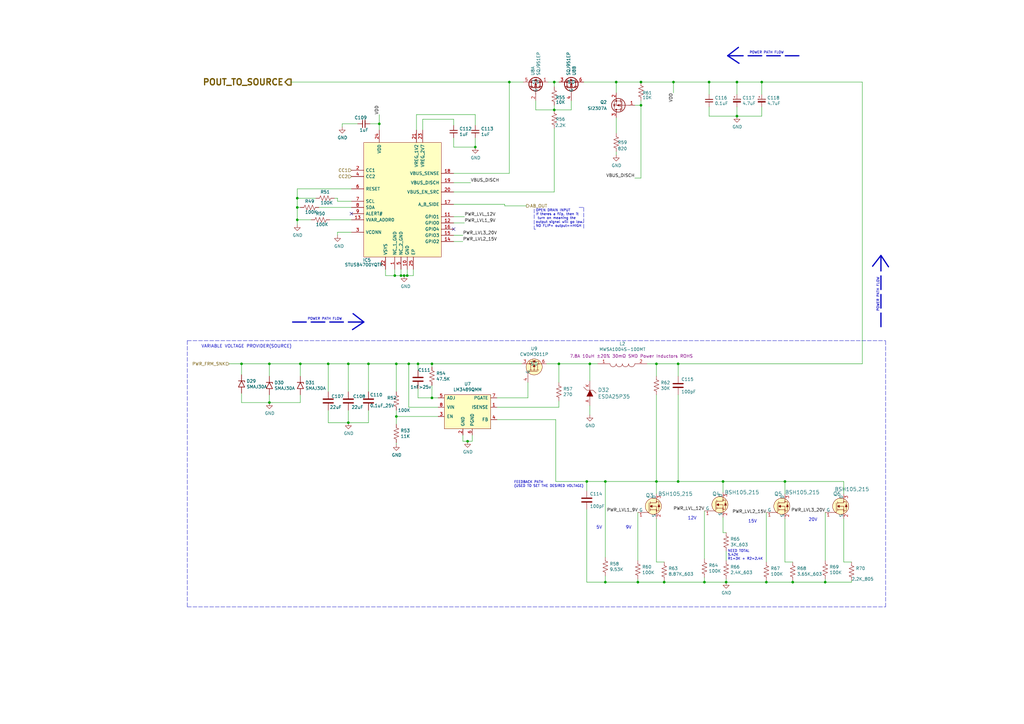
<source format=kicad_sch>
(kicad_sch (version 20211123) (generator eeschema)
  (paper "A3")
  (title_block (title "USB HUB ") (date "2022-08-30") (rev "1.0") (company "N/A") (comment 2 "Reviewed by: ") (comment 3 "Designer by: Robert Mutura"))
  (lib_symbols
    (symbol "Device:C" (pin_numbers hide) (pin_names (offset 0.254))
      (property "Reference" "C" (at 0.635 2.54 0))
      (property "Value" "C" (at 0.635 -2.54 0))
      (symbol "C_0_1"
        (polyline (pts (xy -2.032 -0.762) (xy 2.032 -0.762)) (stroke (width 0.508)))
        (polyline (pts (xy -2.032 0.762) (xy 2.032 0.762)) (stroke (width 0.508)))
      )
      (symbol "C_1_1"
        (pin passive line (at 0 3.81 270) (length 2.794) (name "~") (number "1"))
        (pin passive line (at 0 -3.81 90) (length 2.794) (name "~") (number "2"))
      )
    )
    (symbol "Device:CP_Small" (pin_numbers hide) (pin_names (offset 0.254) hide)
      (property "Reference" "C" (at 0.254 1.778 0))
      (property "Value" "Device_CP_Small" (at 0.254 -2.032 0))
      (symbol "CP_Small_0_1"
        (rectangle (start -1.524 -0.3048) (end 1.524 -0.6858) (fill (type outline)))
        (rectangle (start -1.524 0.6858) (end 1.524 0.3048))
        (polyline (pts (xy -1.27 1.524) (xy -0.762 1.524)))
        (polyline (pts (xy -1.016 1.27) (xy -1.016 1.778)))
      )
      (symbol "CP_Small_1_1"
        (pin passive line (at 0 2.54 270) (length 1.8542) (name "~") (number "1"))
        (pin passive line (at 0 -2.54 90) (length 1.8542) (name "~") (number "2"))
      )
    )
    (symbol "Device:C_Small" (pin_numbers hide) (pin_names (offset 0.254) hide)
      (property "Reference" "C" (at 0.254 1.778 0))
      (property "Value" "C_Small" (at 0.254 -2.032 0))
      (symbol "C_Small_0_1"
        (polyline (pts (xy -1.524 -0.508) (xy 1.524 -0.508)) (stroke (width 0.3302)))
        (polyline (pts (xy -1.524 0.508) (xy 1.524 0.508)) (stroke (width 0.3048)))
      )
      (symbol "C_Small_1_1"
        (pin passive line (at 0 2.54 270) (length 2.032) (name "~") (number "1"))
        (pin passive line (at 0 -2.54 90) (length 2.032) (name "~") (number "2"))
      )
    )
    (symbol "Device:Q_PMOS_GSD" (pin_names (offset 0) hide)
      (property "Reference" "Q" (at 5.08 1.27 0))
      (property "Value" "Q_PMOS_GSD" (at 5.08 -1.27 0))
      (symbol "Q_PMOS_GSD_0_1"
        (polyline (pts (xy 0.254 0) (xy -2.54 0)))
        (polyline (pts (xy 0.254 1.905) (xy 0.254 -1.905)) (stroke (width 0.254)))
        (polyline (pts (xy 0.762 -1.27) (xy 0.762 -2.286)) (stroke (width 0.254)))
        (polyline (pts (xy 0.762 0.508) (xy 0.762 -0.508)) (stroke (width 0.254)))
        (polyline (pts (xy 0.762 2.286) (xy 0.762 1.27)) (stroke (width 0.254)))
        (polyline (pts (xy 2.54 2.54) (xy 2.54 1.778)))
        (polyline (pts (xy 2.54 -2.54) (xy 2.54 0) (xy 0.762 0)))
        (polyline (pts (xy 0.762 1.778) (xy 3.302 1.778) (xy 3.302 -1.778) (xy 0.762 -1.778)))
        (polyline (pts (xy 2.286 0) (xy 1.27 0.381) (xy 1.27 -0.381) (xy 2.286 0)) (fill (type outline)))
        (polyline (pts (xy 2.794 -0.508) (xy 2.921 -0.381) (xy 3.683 -0.381) (xy 3.81 -0.254)))
        (polyline (pts (xy 3.302 -0.381) (xy 2.921 0.254) (xy 3.683 0.254) (xy 3.302 -0.381)))
        (circle (center 1.651 0) (radius 2.794) (stroke (width 0.254)))
        (circle (center 2.54 -1.778) (radius 0.254) (fill (type outline)))
        (circle (center 2.54 1.778) (radius 0.254) (fill (type outline)))
      )
      (symbol "Q_PMOS_GSD_1_1"
        (pin input line (at -5.08 0 0) (length 2.54) (name "G") (number "1"))
        (pin passive line (at 2.54 -5.08 90) (length 2.54) (name "S") (number "2"))
        (pin passive line (at 2.54 5.08 270) (length 2.54) (name "D") (number "3"))
      )
    )
    (symbol "Device:R_US" (pin_numbers hide) (pin_names (offset 0))
      (property "Reference" "R" (at 2.54 0 90))
      (property "Value" "R_US" (at -2.54 0 90))
      (symbol "R_US_0_1"
        (polyline (pts (xy 0 -2.286) (xy 0 -2.54)))
        (polyline (pts (xy 0 2.286) (xy 0 2.54)))
        (polyline (pts (xy 0 -0.762) (xy 1.016 -1.143) (xy 0 -1.524) (xy -1.016 -1.905) (xy 0 -2.286)))
        (polyline (pts (xy 0 0.762) (xy 1.016 0.381) (xy 0 0) (xy -1.016 -0.381) (xy 0 -0.762)))
        (polyline (pts (xy 0 2.286) (xy 1.016 1.905) (xy 0 1.524) (xy -1.016 1.143) (xy 0 0.762)))
      )
      (symbol "R_US_1_1"
        (pin passive line (at 0 3.81 270) (length 1.27) (name "~") (number "1"))
        (pin passive line (at 0 -3.81 90) (length 1.27) (name "~") (number "2"))
      )
    )
    (symbol "USB_C_HUB-rescue:CWDM3011P-usb_hub" (pin_names (offset 1.016))
      (property "Reference" "U" (at 0 3.81 0))
      (property "Value" "CWDM3011P-usb_hub" (at 0 1.27 0))
      (symbol "CWDM3011P-usb_hub_1_1"
        (circle (center -1.27 -6.35) (radius 3.302) (fill (type background)))
        (circle (center 0 -8.255) (radius 0.127))
        (circle (center 0 -7.747) (radius 0.1778) (fill (type outline)))
        (circle (center 0 -4.445) (radius 0.127))
        (polyline (pts (xy -2.54 -7.747) (xy -2.54 -8.255)))
        (polyline (pts (xy -2.54 -7.747) (xy -2.54 -7.239)))
        (polyline (pts (xy -2.54 -6.35) (xy -2.54 -6.858)))
        (polyline (pts (xy -2.54 -6.35) (xy -2.54 -5.842)))
        (polyline (pts (xy -2.54 -4.445) (xy -2.54 -5.461)))
        (polyline (pts (xy 0 -7.747) (xy -2.54 -7.747)))
        (polyline (pts (xy 0.635 -6.731) (xy 0.381 -6.477)))
        (polyline (pts (xy 1.397 -6.731) (xy 0.635 -6.731)))
        (polyline (pts (xy 1.397 -6.731) (xy 1.651 -6.985)))
        (polyline (pts (xy -5.08 -8.89) (xy -3.048 -8.89) (xy -3.048 -4.953)))
        (polyline (pts (xy 0 -8.89) (xy 0 -6.35) (xy -2.54 -6.35)))
        (polyline (pts (xy 0 -3.81) (xy 0 -4.953) (xy -2.54 -4.953)))
        (polyline (pts (xy -0.381 -6.35) (xy -1.143 -5.842) (xy -1.143 -6.858) (xy -0.381 -6.35)) (fill (type outline)))
        (polyline (pts (xy 1.016 -6.731) (xy 1.524 -5.969) (xy 0.508 -5.969) (xy 1.016 -6.731)) (fill (type outline)))
        (polyline (pts (xy -0.127 -8.255) (xy 1.016 -8.255) (xy 1.016 -4.953) (xy 1.016 -4.445) (xy -0.127 -4.445)))
        (pin bidirectional line (at 0 -11.43 90) (length 2.54) hide (name "S") (number "1"))
        (pin bidirectional line (at 0 -11.43 90) (length 2.54) hide (name "S") (number "2"))
        (pin bidirectional line (at 0 -11.43 90) (length 2.54) (name "S") (number "3"))
        (pin bidirectional line (at -7.62 -8.89 0) (length 2.54) (name "G") (number "4"))
        (pin bidirectional line (at 0 -1.27 270) (length 2.54) (name "D") (number "6"))
        (pin bidirectional line (at 0 -1.27 270) (length 2.54) hide (name "D") (number "7"))
        (pin bidirectional line (at 0 -1.27 270) (length 2.54) hide (name "D") (number "8"))
      )
    )
    (symbol "USB_C_HUB-rescue:GND-OLIMEX_Power" (power) (pin_names (offset 0))
      (property "Value" "GND-OLIMEX_Power" (at 0 -3.81 0))
      (symbol "GND-OLIMEX_Power_0_1"
        (polyline (pts (xy 0 0) (xy 0 -1.27) (xy 1.27 -1.27) (xy 0 -2.54) (xy -1.27 -1.27) (xy 0 -1.27)))
      )
      (symbol "GND-OLIMEX_Power_1_1"
        (pin power_in line (at 0 0 270) (length 0) hide (name "GND") (number "1"))
      )
    )
    (symbol "USB_C_HUB-rescue:LM3489QMM-usb_hub" (pin_names (offset 1.016))
      (property "Reference" "U" (at 0 5.08 0))
      (property "Value" "LM3489QMM-usb_hub" (at 0 2.54 0))
      (symbol "LM3489QMM-usb_hub_0_1"
        (rectangle (start -8.89 0) (end 10.16 -13.97) (fill (type background)))
      )
      (symbol "LM3489QMM-usb_hub_1_1"
        (pin input line (at 12.7 -5.08 180) (length 2.54) (name "ISENSE") (number "1"))
        (pin power_in line (at -1.27 -16.51 90) (length 2.54) (name "GND") (number "2"))
        (pin input line (at -11.43 -8.89 0) (length 2.54) (name "EN") (number "3"))
        (pin input line (at 12.7 -10.16 180) (length 2.54) (name "FB") (number "4"))
        (pin input line (at -11.43 -1.27 0) (length 2.54) (name "ADJ") (number "5"))
        (pin power_in line (at 2.54 -16.51 90) (length 2.54) (name "PGND") (number "6"))
        (pin input line (at 12.7 -1.27 180) (length 2.54) (name "PGATE") (number "7"))
        (pin input line (at -11.43 -5.08 0) (length 2.54) (name "VIN") (number "8"))
      )
    )
    (symbol "USB_C_HUB-rescue:SM6T30A-Diode" (pin_numbers hide) (pin_names (offset 1.016) hide)
      (property "Reference" "D" (at 0 2.54 0))
      (property "Value" "SM6T30A-Diode" (at 0 -2.54 0))
      (symbol "SM6T30A-Diode_0_1"
        (polyline (pts (xy -0.762 1.27) (xy -1.27 1.27) (xy -1.27 -1.27)) (stroke (width 0.254)))
        (polyline (pts (xy 1.27 1.27) (xy 1.27 -1.27) (xy -1.27 0) (xy 1.27 1.27)) (stroke (width 0.254)))
      )
      (symbol "SM6T30A-Diode_1_1"
        (pin passive line (at -3.81 0 0) (length 2.54) (name "A1") (number "1"))
        (pin passive line (at 3.81 0 180) (length 2.54) (name "A2") (number "2"))
      )
    )
    (symbol "USB_C_HUB-rescue:SQJ951EP-usb_hub" (pin_names (offset 1.016))
      (property "Reference" "U" (at 0 2.54 0))
      (property "Value" "SQJ951EP-usb_hub" (at 0 1.27 0))
      (symbol "SQJ951EP-usb_hub_1_1"
        (circle (center -0.889 -11.43) (radius 2.794) (stroke (width 0.254)))
        (circle (center -0.889 -11.43) (radius 2.794) (stroke (width 0.254)))
        (circle (center 0 -13.208) (radius 0.254) (fill (type outline)))
        (circle (center 0 -13.208) (radius 0.254) (fill (type outline)))
        (circle (center 0 -9.652) (radius 0.254) (fill (type outline)))
        (circle (center 0 -9.652) (radius 0.254) (fill (type outline)))
        (polyline (pts (xy -2.286 -11.43) (xy -5.08 -11.43)))
        (polyline (pts (xy -2.286 -11.43) (xy -5.08 -11.43)))
        (polyline (pts (xy -2.286 -9.525) (xy -2.286 -13.335)) (stroke (width 0.254)))
        (polyline (pts (xy -2.286 -9.525) (xy -2.286 -13.335)) (stroke (width 0.254)))
        (polyline (pts (xy -1.778 -12.7) (xy -1.778 -13.716)) (stroke (width 0.254)))
        (polyline (pts (xy -1.778 -12.7) (xy -1.778 -13.716)) (stroke (width 0.254)))
        (polyline (pts (xy -1.778 -10.922) (xy -1.778 -11.938)) (stroke (width 0.254)))
        (polyline (pts (xy -1.778 -10.922) (xy -1.778 -11.938)) (stroke (width 0.254)))
        (polyline (pts (xy -1.778 -9.144) (xy -1.778 -10.16)) (stroke (width 0.254)))
        (polyline (pts (xy -1.778 -9.144) (xy -1.778 -10.16)) (stroke (width 0.254)))
        (polyline (pts (xy 0 -8.89) (xy 0 -9.652)))
        (polyline (pts (xy 0 -8.89) (xy 0 -9.652)))
        (polyline (pts (xy 0 -13.97) (xy 0 -11.43) (xy -1.778 -11.43)))
        (polyline (pts (xy 0 -13.97) (xy 0 -11.43) (xy -1.778 -11.43)))
        (polyline (pts (xy -1.778 -9.652) (xy 0.762 -9.652) (xy 0.762 -13.208) (xy -1.778 -13.208)))
        (polyline (pts (xy -1.778 -9.652) (xy 0.762 -9.652) (xy 0.762 -13.208) (xy -1.778 -13.208)))
        (polyline (pts (xy -0.254 -11.43) (xy -1.27 -11.049) (xy -1.27 -11.811) (xy -0.254 -11.43)) (fill (type outline)))
        (polyline (pts (xy -0.254 -11.43) (xy -1.27 -11.049) (xy -1.27 -11.811) (xy -0.254 -11.43)) (fill (type outline)))
        (polyline (pts (xy 0.254 -11.938) (xy 0.381 -11.811) (xy 1.143 -11.811) (xy 1.27 -11.684)))
        (polyline (pts (xy 0.254 -11.938) (xy 0.381 -11.811) (xy 1.143 -11.811) (xy 1.27 -11.684)))
        (polyline (pts (xy 0.762 -11.811) (xy 0.381 -11.176) (xy 1.143 -11.176) (xy 0.762 -11.811)))
        (polyline (pts (xy 0.762 -11.811) (xy 0.381 -11.176) (xy 1.143 -11.176) (xy 0.762 -11.811)))
        (pin passive line (at 0 -16.51 90) (length 2.54) (name "S") (number "1"))
        (pin input line (at -7.62 -11.43 0) (length 2.54) (name "G") (number "2"))
        (pin passive line (at 0 -6.35 270) (length 2.54) (name "D") (number "5"))
      )
      (symbol "SQJ951EP-usb_hub_2_1"
        (circle (center -0.889 -11.43) (radius 2.794) (stroke (width 0.254)))
        (circle (center -0.889 -11.43) (radius 2.794) (stroke (width 0.254)))
        (circle (center 0 -13.208) (radius 0.254) (fill (type outline)))
        (circle (center 0 -13.208) (radius 0.254) (fill (type outline)))
        (circle (center 0 -9.652) (radius 0.254) (fill (type outline)))
        (circle (center 0 -9.652) (radius 0.254) (fill (type outline)))
        (polyline (pts (xy -2.286 -11.43) (xy -5.08 -11.43)))
        (polyline (pts (xy -2.286 -11.43) (xy -5.08 -11.43)))
        (polyline (pts (xy -2.286 -9.525) (xy -2.286 -13.335)) (stroke (width 0.254)))
        (polyline (pts (xy -2.286 -9.525) (xy -2.286 -13.335)) (stroke (width 0.254)))
        (polyline (pts (xy -1.778 -12.7) (xy -1.778 -13.716)) (stroke (width 0.254)))
        (polyline (pts (xy -1.778 -12.7) (xy -1.778 -13.716)) (stroke (width 0.254)))
        (polyline (pts (xy -1.778 -10.922) (xy -1.778 -11.938)) (stroke (width 0.254)))
        (polyline (pts (xy -1.778 -10.922) (xy -1.778 -11.938)) (stroke (width 0.254)))
        (polyline (pts (xy -1.778 -9.144) (xy -1.778 -10.16)) (stroke (width 0.254)))
        (polyline (pts (xy -1.778 -9.144) (xy -1.778 -10.16)) (stroke (width 0.254)))
        (polyline (pts (xy 0 -8.89) (xy 0 -9.652)))
        (polyline (pts (xy 0 -8.89) (xy 0 -9.652)))
        (polyline (pts (xy 0 -13.97) (xy 0 -11.43) (xy -1.778 -11.43)))
        (polyline (pts (xy 0 -13.97) (xy 0 -11.43) (xy -1.778 -11.43)))
        (polyline (pts (xy -1.778 -9.652) (xy 0.762 -9.652) (xy 0.762 -13.208) (xy -1.778 -13.208)))
        (polyline (pts (xy -1.778 -9.652) (xy 0.762 -9.652) (xy 0.762 -13.208) (xy -1.778 -13.208)))
        (polyline (pts (xy -0.254 -11.43) (xy -1.27 -11.049) (xy -1.27 -11.811) (xy -0.254 -11.43)) (fill (type outline)))
        (polyline (pts (xy -0.254 -11.43) (xy -1.27 -11.049) (xy -1.27 -11.811) (xy -0.254 -11.43)) (fill (type outline)))
        (polyline (pts (xy 0.254 -11.938) (xy 0.381 -11.811) (xy 1.143 -11.811) (xy 1.27 -11.684)))
        (polyline (pts (xy 0.254 -11.938) (xy 0.381 -11.811) (xy 1.143 -11.811) (xy 1.27 -11.684)))
        (polyline (pts (xy 0.762 -11.811) (xy 0.381 -11.176) (xy 1.143 -11.176) (xy 0.762 -11.811)))
        (polyline (pts (xy 0.762 -11.811) (xy 0.381 -11.176) (xy 1.143 -11.176) (xy 0.762 -11.811)))
        (pin passive line (at 0 -16.51 90) (length 2.54) (name "S") (number "3"))
        (pin input line (at -7.62 -11.43 0) (length 2.54) (name "G") (number "4"))
        (pin passive line (at 0 -6.35 270) (length 2.54) (name "D") (number "6"))
      )
    )
    (symbol "USB_C_HUB-rescue:SRP1038A-100M-SamacSys_Parts" (pin_names (offset 0.762))
      (property "Reference" "L" (at 16.51 6.35 0))
      (property "Value" "SRP1038A-100M-SamacSys_Parts" (at 16.51 3.81 0))
      (symbol "SRP1038A-100M-SamacSys_Parts_0_0"
        (pin passive line (at 0 0 0) (length 5.08) (name "~") (number "1"))
        (pin passive line (at 20.32 0 180) (length 5.08) (name "~") (number "2"))
      )
      (symbol "SRP1038A-100M-SamacSys_Parts_0_1"
        (arc (start 5.08 0) (mid 6.35 -1.3218) (end 7.62 0) (stroke (width 0.1524)))
        (arc (start 7.62 0) (mid 8.89 -1.3218) (end 10.16 0) (stroke (width 0.1524)))
        (arc (start 10.16 0) (mid 11.43 -1.3218) (end 12.7 0) (stroke (width 0.1524)))
        (arc (start 12.7 0) (mid 13.97 -1.3218) (end 15.24 0) (stroke (width 0.1524)))
      )
    )
    (symbol "USB_C_HUB-rescue:STUSB4700YQTR-SamacSys_Parts" (pin_names (offset 0.762))
      (property "Reference" "IC5" (at -19.685 -43.18 0))
      (property "Value" "STUSB4700YQTR" (at -20.955 -45.085 0))
      (symbol "STUSB4700YQTR-SamacSys_Parts_0_0"
        (pin passive line (at 0 -52.07 90) (length 5.08) (name "NC_1_GND") (number "1"))
        (pin passive line (at 5.08 -52.07 90) (length 5.08) (name "GND") (number "10"))
        (pin passive line (at 24.13 -30.48 180) (length 5.08) (name "GPIO1") (number "11"))
        (pin passive line (at 24.13 -33.02 180) (length 5.08) (name "GPIO0") (number "12"))
        (pin passive line (at -17.78 -31.75 0) (length 5.08) (name "VVAR_ADDR0") (number "13"))
        (pin passive line (at 24.13 -40.64 180) (length 5.08) (name "GPIO2") (number "14"))
        (pin passive line (at 24.13 -38.1 180) (length 5.08) (name "GPIO3") (number "15"))
        (pin passive line (at 24.13 -35.56 180) (length 5.08) (name "GPIO4") (number "16"))
        (pin passive line (at 24.13 -25.4 180) (length 5.08) (name "A_B_SIDE") (number "17"))
        (pin passive line (at 24.13 -12.7 180) (length 5.08) (name "VBUS_SENSE") (number "18"))
        (pin passive line (at 24.13 -16.51 180) (length 5.08) (name "VBUS_DISCH") (number "19"))
        (pin passive line (at -17.78 -11.43 0) (length 5.08) (name "CC1") (number "2"))
        (pin passive line (at 24.13 -20.32 180) (length 5.08) (name "VBUS_EN_SRC") (number "20"))
        (pin passive line (at 8.89 5.08 270) (length 5.08) (name "VREG_1V2") (number "21"))
        (pin passive line (at -3.81 -52.07 90) (length 5.08) (name "VSYS") (number "22"))
        (pin passive line (at 11.43 5.08 270) (length 5.08) (name "VREG_2V7") (number "23"))
        (pin passive line (at -6.35 5.08 270) (length 5.08) (name "VDD") (number "24"))
        (pin passive line (at 7.62 -52.07 90) (length 5.08) (name "EP") (number "25"))
        (pin passive line (at -17.78 -36.83 0) (length 5.08) (name "VCONN") (number "3"))
        (pin passive line (at -17.78 -13.97 0) (length 5.08) (name "CC2") (number "4"))
        (pin passive line (at 2.54 -52.07 90) (length 5.08) (name "NC_2_GND") (number "5"))
        (pin passive line (at -17.78 -19.05 0) (length 5.08) (name "RESET") (number "6"))
        (pin passive line (at -17.78 -24.13 0) (length 5.08) (name "SCL") (number "7"))
        (pin passive line (at -17.78 -26.67 0) (length 5.08) (name "SDA") (number "8"))
        (pin passive line (at -17.78 -29.21 0) (length 5.08) (name "ALERT#") (number "9"))
      )
      (symbol "STUSB4700YQTR-SamacSys_Parts_0_1"
        (rectangle (start -12.7 0) (end 19.05 -46.99) (fill (type background)))
      )
    )
    (symbol "dk_TVS-Diodes:ESD5Z3_3T1G" (pin_names (offset 1.016))
      (property "Reference" "D" (at 0 3.81 0))
      (property "Value" "ESD5Z3_3T1G" (at 0 -3.81 0))
      (symbol "ESD5Z3_3T1G_0_1"
        (polyline (pts (xy -1.27 1.27) (xy -1.27 -1.27) (xy 1.27 0) (xy -1.27 1.27)) (fill (type outline)))
        (polyline (pts (xy 2.54 2.54) (xy 1.27 1.27) (xy 1.27 -1.27) (xy 0 -2.54)))
      )
      (symbol "ESD5Z3_3T1G_1_1"
        (pin bidirectional line (at -5.08 0 0) (length 3.81) (name "~") (number "A"))
        (pin bidirectional line (at 5.08 0 180) (length 3.81) (name "~") (number "K"))
      )
    )
    (symbol "dk_Transistors-FETs-MOSFETs-Single:2N7002P_215" (pin_names (offset 0))
      (property "Reference" "Q" (at -2.6924 3.6322 0))
      (property "Value" "2N7002P_215" (at 3.4544 0 90))
      (symbol "2N7002P_215_0_1"
        (circle (center -1.27 0) (radius 3.302) (fill (type background)))
        (circle (center 0 -1.905) (radius 0.127))
        (circle (center 0 -1.397) (radius 0.127))
        (polyline (pts (xy 0 -1.397) (xy -2.54 -1.397)))
        (polyline (pts (xy -5.08 -2.54) (xy -3.048 -2.54) (xy -3.048 1.397)))
        (polyline (pts (xy 0 -2.54) (xy 0 0) (xy -2.54 0)))
        (polyline (pts (xy 0 2.54) (xy 0 1.397) (xy -2.54 1.397)))
        (polyline (pts (xy -0.127 -1.905) (xy 1.016 -1.905) (xy 1.016 1.397) (xy 1.016 1.905) (xy -0.127 1.905)))
        (circle (center 0 1.905) (radius 0.127))
      )
      (symbol "2N7002P_215_1_1"
        (polyline (pts (xy -2.54 -1.397) (xy -2.54 -1.905)))
        (polyline (pts (xy -2.54 -1.397) (xy -2.54 -0.889)))
        (polyline (pts (xy -2.54 0) (xy -2.54 -0.508)))
        (polyline (pts (xy -2.54 0) (xy -2.54 0.508)))
        (polyline (pts (xy -2.54 1.905) (xy -2.54 0.889)))
        (polyline (pts (xy 1.524 0.508) (xy 0.508 0.508)))
        (polyline (pts (xy -2.54 0) (xy -1.778 0.508) (xy -1.778 -0.508) (xy -2.54 0)) (fill (type outline)))
        (polyline (pts (xy 1.016 0.508) (xy 0.508 -0.254) (xy 1.524 -0.254) (xy 1.016 0.508)) (fill (type outline)))
        (pin bidirectional line (at -7.62 -2.54 0) (length 2.54) (name "G") (number "1"))
        (pin bidirectional line (at 0 -5.08 90) (length 2.54) (name "S") (number "2"))
        (pin bidirectional line (at 0 5.08 270) (length 2.54) (name "D") (number "3"))
      )
    )
  )
  (junction (at 302.26 33.655))
  (junction (at 338.455 238.76))
  (junction (at 194.945 60.325))
  (junction (at 241.935 149.225))
  (junction (at 177.165 163.195))
  (junction (at 162.56 149.225))
  (junction (at 99.06 149.225))
  (junction (at 151.13 149.225))
  (junction (at 314.325 238.76))
  (junction (at 240.665 197.485))
  (junction (at 110.49 149.225))
  (junction (at 302.26 47.625))
  (junction (at 229.235 149.225))
  (junction (at 134.62 149.225))
  (junction (at 227.33 45.085))
  (junction (at 208.915 33.655))
  (junction (at 142.875 173.355))
  (junction (at 248.285 197.485))
  (junction (at 312.42 33.655))
  (junction (at 123.19 149.225))
  (junction (at 290.83 33.655))
  (junction (at 227.33 33.655))
  (junction (at 164.465 113.03))
  (junction (at 177.165 149.225))
  (junction (at 325.12 238.76))
  (junction (at 191.77 180.975))
  (junction (at 269.24 197.485))
  (junction (at 272.415 238.76))
  (junction (at 121.92 85.09))
  (junction (at 288.925 238.76))
  (junction (at 262.89 33.655))
  (junction (at 121.92 81.28))
  (junction (at 278.13 149.225))
  (junction (at 121.92 90.17))
  (junction (at 262.89 43.18))
  (junction (at 161.925 113.03))
  (junction (at 297.815 238.76))
  (junction (at 155.575 50.8))
  (junction (at 248.285 238.76))
  (junction (at 278.13 197.485))
  (junction (at 165.735 113.03))
  (junction (at 162.56 170.815))
  (junction (at 171.45 149.225))
  (junction (at 261.62 238.76))
  (junction (at 269.24 149.225))
  (junction (at 321.945 197.485))
  (junction (at 296.545 197.485))
  (junction (at 252.73 33.655))
  (junction (at 167.64 149.225))
  (junction (at 142.875 149.225))
  (junction (at 276.225 33.655))
  (junction (at 167.005 113.03))
  (junction (at 110.49 165.1))
  (no_connect (at 144.145 87.63))
  (no_connect (at 186.055 93.98))
  (wire (pts (xy 164.465 110.49) (xy 164.465 113.03)))
  (wire (pts (xy 248.285 228.6) (xy 248.285 197.485)))
  (wire (pts (xy 119.38 33.655) (xy 208.915 33.655)))
  (wire (pts (xy 296.545 201.93) (xy 296.545 197.485)))
  (wire (pts (xy 142.875 168.275) (xy 142.875 173.355)))
  (wire (pts (xy 99.06 149.225) (xy 99.06 153.67)))
  (wire (pts (xy 151.765 50.8) (xy 155.575 50.8)))
  (wire (pts (xy 193.675 178.435) (xy 193.675 180.975)))
  (wire (pts (xy 302.26 47.625) (xy 312.42 47.625)))
  (wire (pts (xy 208.915 33.655) (xy 214.63 33.655)))
  (wire (pts (xy 234.315 45.085) (xy 227.33 45.085)))
  (wire (pts (xy 161.925 113.03) (xy 164.465 113.03)))
  (wire (pts (xy 224.155 149.225) (xy 229.235 149.225)))
  (wire (pts (xy 245.11 149.225) (xy 241.935 149.225)))
  (wire (pts (xy 121.92 85.09) (xy 121.92 90.17)))
  (wire (pts (xy 134.62 168.275) (xy 134.62 173.355)))
  (wire (pts (xy 155.575 50.8) (xy 155.575 53.34)))
  (wire (pts (xy 207.01 84.455) (xy 215.9 84.455)))
  (wire (pts (xy 158.115 110.49) (xy 158.115 113.03)))
  (wire (pts (xy 325.12 238.76) (xy 325.12 238.125)))
  (wire (pts (xy 227.33 78.74) (xy 227.33 52.705)))
  (wire (pts (xy 240.665 238.76) (xy 248.285 238.76)))
  (wire (pts (xy 272.415 238.76) (xy 288.925 238.76)))
  (wire (pts (xy 186.055 56.515) (xy 186.055 60.325)))
  (wire (pts (xy 186.055 71.12) (xy 208.915 71.12)))
  (wire (pts (xy 189.865 180.975) (xy 191.77 180.975)))
  (wire (pts (xy 227.33 33.655) (xy 229.235 33.655)))
  (wire (pts (xy 290.83 47.625) (xy 302.26 47.625)))
  (wire (pts (xy 262.89 43.18) (xy 262.89 41.275)))
  (wire (pts (xy 269.24 197.485) (xy 278.13 197.485)))
  (wire (pts (xy 227.33 35.56) (xy 227.33 33.655)))
  (wire (pts (xy 227.965 172.085) (xy 227.965 197.485)))
  (wire (pts (xy 173.355 53.34) (xy 173.355 48.895)))
  (wire (pts (xy 142.875 173.355) (xy 151.13 173.355)))
  (wire (pts (xy 260.35 73.025) (xy 262.89 73.025)))
  (wire (pts (xy 208.915 71.12) (xy 208.915 33.655)))
  (wire (pts (xy 219.71 41.275) (xy 219.71 45.085)))
  (wire (pts (xy 314.325 238.125) (xy 314.325 238.76)))
  (wire (pts (xy 194.945 46.99) (xy 194.945 51.435)))
  (wire (pts (xy 189.865 178.435) (xy 189.865 180.975)))
  (wire (pts (xy 167.005 113.03) (xy 167.005 110.49)))
  (wire (pts (xy 162.56 182.245) (xy 162.56 181.61)))
  (wire (pts (xy 110.49 165.1) (xy 110.49 161.925)))
  (wire (pts (xy 110.49 165.1) (xy 123.19 165.1)))
  (wire (pts (xy 297.815 218.44) (xy 296.545 218.44)))
  (wire (pts (xy 99.06 149.225) (xy 110.49 149.225)))
  (wire (pts (xy 171.45 159.385) (xy 171.45 163.195)))
  (wire (pts (xy 140.335 50.8) (xy 146.685 50.8)))
  (wire (pts (xy 296.545 197.485) (xy 321.945 197.485)))
  (wire (pts (xy 165.735 113.03) (xy 167.005 113.03)))
  (wire (pts (xy 186.055 96.52) (xy 189.865 96.52)))
  (wire (pts (xy 186.055 60.325) (xy 194.945 60.325)))
  (wire (pts (xy 241.935 170.18) (xy 241.935 166.37)))
  (wire (pts (xy 167.005 113.03) (xy 169.545 113.03)))
  (wire (pts (xy 162.56 160.655) (xy 162.56 149.225)))
  (wire (pts (xy 269.24 149.225) (xy 278.13 149.225)))
  (wire (pts (xy 177.165 163.195) (xy 179.705 163.195)))
  (wire (pts (xy 170.815 46.99) (xy 194.945 46.99)))
  (wire (pts (xy 93.98 149.225) (xy 99.06 149.225)))
  (wire (pts (xy 138.43 81.28) (xy 137.16 81.28)))
  (wire (pts (xy 171.45 163.195) (xy 177.165 163.195)))
  (polyline (pts (xy 219.075 85.725) (xy 219.075 93.98)))
  (wire (pts (xy 186.055 48.895) (xy 186.055 51.435)))
  (wire (pts (xy 140.335 52.07) (xy 140.335 50.8)))
  (wire (pts (xy 151.13 160.655) (xy 151.13 149.225)))
  (wire (pts (xy 269.24 212.725) (xy 269.24 230.505)))
  (wire (pts (xy 252.73 48.26) (xy 252.73 54.61)))
  (wire (pts (xy 296.545 197.485) (xy 278.13 197.485)))
  (polyline (pts (xy 327.66 22.86) (xy 298.45 22.86)) (stroke (width 0.508)))
  (wire (pts (xy 171.45 151.765) (xy 171.45 149.225)))
  (wire (pts (xy 248.285 197.485) (xy 269.24 197.485)))
  (wire (pts (xy 240.665 238.76) (xy 240.665 208.915)))
  (wire (pts (xy 161.925 110.49) (xy 161.925 113.03)))
  (wire (pts (xy 127.635 90.17) (xy 121.92 90.17)))
  (wire (pts (xy 278.13 149.225) (xy 353.695 149.225)))
  (wire (pts (xy 302.26 33.655) (xy 302.26 38.735)))
  (wire (pts (xy 297.815 226.06) (xy 297.815 229.87)))
  (wire (pts (xy 142.875 160.655) (xy 142.875 149.225)))
  (wire (pts (xy 353.695 149.225) (xy 353.695 33.655)))
  (polyline (pts (xy 149.225 132.08) (xy 143.51 135.89)) (stroke (width 0.508)))
  (wire (pts (xy 134.62 160.655) (xy 134.62 149.225)))
  (wire (pts (xy 190.5 91.44) (xy 186.055 91.44)))
  (wire (pts (xy 288.925 238.76) (xy 288.925 236.855)))
  (wire (pts (xy 144.145 90.17) (xy 135.255 90.17)))
  (wire (pts (xy 123.19 149.225) (xy 123.19 154.305)))
  (wire (pts (xy 346.075 230.505) (xy 349.25 230.505)))
  (wire (pts (xy 261.62 210.185) (xy 261.62 229.87)))
  (wire (pts (xy 203.835 167.005) (xy 229.235 167.005)))
  (wire (pts (xy 151.13 149.225) (xy 162.56 149.225)))
  (wire (pts (xy 252.73 33.655) (xy 262.89 33.655)))
  (wire (pts (xy 129.54 81.28) (xy 121.92 81.28)))
  (wire (pts (xy 261.62 237.49) (xy 261.62 238.76)))
  (wire (pts (xy 144.145 95.25) (xy 138.43 95.25)))
  (wire (pts (xy 186.055 88.9) (xy 190.5 88.9)))
  (wire (pts (xy 312.42 33.655) (xy 353.695 33.655)))
  (wire (pts (xy 262.89 43.18) (xy 262.89 73.025)))
  (wire (pts (xy 167.64 167.005) (xy 179.705 167.005)))
  (wire (pts (xy 177.165 149.225) (xy 213.995 149.225)))
  (wire (pts (xy 158.115 113.03) (xy 161.925 113.03)))
  (wire (pts (xy 144.145 85.09) (xy 130.81 85.09)))
  (wire (pts (xy 269.24 230.505) (xy 272.415 230.505)))
  (wire (pts (xy 229.235 149.225) (xy 241.935 149.225)))
  (wire (pts (xy 288.925 238.76) (xy 297.815 238.76)))
  (wire (pts (xy 321.945 212.725) (xy 321.945 230.505)))
  (wire (pts (xy 189.865 99.06) (xy 186.055 99.06)))
  (polyline (pts (xy 363.22 248.92) (xy 363.22 139.7)))
  (wire (pts (xy 110.49 149.225) (xy 110.49 154.305)))
  (wire (pts (xy 248.285 197.485) (xy 240.665 197.485)))
  (wire (pts (xy 151.13 173.355) (xy 151.13 168.275)))
  (wire (pts (xy 321.945 230.505) (xy 325.12 230.505)))
  (wire (pts (xy 269.24 149.225) (xy 265.43 149.225)))
  (wire (pts (xy 312.42 47.625) (xy 312.42 43.815)))
  (wire (pts (xy 234.315 41.275) (xy 234.315 45.085)))
  (wire (pts (xy 121.92 81.28) (xy 121.92 85.09)))
  (wire (pts (xy 193.675 180.975) (xy 191.77 180.975)))
  (wire (pts (xy 241.935 149.225) (xy 241.935 156.21)))
  (polyline (pts (xy 298.45 22.86) (xy 304.165 18.415)) (stroke (width 0.508)))
  (wire (pts (xy 155.575 50.8) (xy 155.575 46.99)))
  (wire (pts (xy 290.83 43.815) (xy 290.83 47.625)))
  (wire (pts (xy 288.925 209.55) (xy 288.925 229.235)))
  (wire (pts (xy 269.24 202.565) (xy 269.24 197.485)))
  (polyline (pts (xy 219.075 93.98) (xy 219.71 93.98)))
  (polyline (pts (xy 237.49 85.09) (xy 239.395 85.09)))
  (wire (pts (xy 167.64 149.225) (xy 171.45 149.225)))
  (wire (pts (xy 252.73 63.5) (xy 252.73 62.23)))
  (wire (pts (xy 338.455 238.76) (xy 325.12 238.76)))
  (wire (pts (xy 272.415 238.76) (xy 272.415 238.125)))
  (wire (pts (xy 338.455 237.49) (xy 338.455 238.76)))
  (wire (pts (xy 314.325 210.185) (xy 314.325 230.505)))
  (wire (pts (xy 121.92 85.09) (xy 123.19 85.09)))
  (wire (pts (xy 177.165 149.225) (xy 177.165 150.495)))
  (wire (pts (xy 162.56 173.99) (xy 162.56 170.815)))
  (polyline (pts (xy 76.835 248.92) (xy 363.22 248.92)))
  (wire (pts (xy 170.815 53.34) (xy 170.815 46.99)))
  (polyline (pts (xy 298.45 22.86) (xy 304.165 26.67)) (stroke (width 0.508)))
  (wire (pts (xy 321.945 197.485) (xy 346.075 197.485)))
  (polyline (pts (xy 361.315 104.775) (xy 365.125 110.49)) (stroke (width 0.508)))
  (wire (pts (xy 216.535 163.195) (xy 216.535 156.845)))
  (wire (pts (xy 134.62 173.355) (xy 142.875 173.355)))
  (wire (pts (xy 240.665 197.485) (xy 240.665 201.295)))
  (wire (pts (xy 276.225 38.1) (xy 276.225 33.655)))
  (wire (pts (xy 171.45 149.225) (xy 177.165 149.225)))
  (wire (pts (xy 227.33 43.18) (xy 227.33 45.085)))
  (polyline (pts (xy 76.835 139.7) (xy 363.22 139.7)))
  (wire (pts (xy 229.235 167.005) (xy 229.235 164.465)))
  (wire (pts (xy 262.89 33.655) (xy 276.225 33.655)))
  (wire (pts (xy 290.83 33.655) (xy 302.26 33.655)))
  (wire (pts (xy 349.25 238.76) (xy 349.25 238.125)))
  (wire (pts (xy 297.815 237.49) (xy 297.815 238.76)))
  (wire (pts (xy 203.835 172.085) (xy 227.965 172.085)))
  (wire (pts (xy 278.13 149.225) (xy 278.13 154.305)))
  (wire (pts (xy 346.075 197.485) (xy 346.075 202.565)))
  (wire (pts (xy 123.19 165.1) (xy 123.19 161.925)))
  (wire (pts (xy 193.04 74.93) (xy 186.055 74.93)))
  (wire (pts (xy 297.815 238.76) (xy 314.325 238.76)))
  (polyline (pts (xy 361.315 133.985) (xy 361.315 104.775)) (stroke (width 0.508)))
  (wire (pts (xy 203.835 163.195) (xy 216.535 163.195)))
  (wire (pts (xy 186.055 83.82) (xy 207.01 83.82)))
  (polyline (pts (xy 361.315 104.775) (xy 356.87 110.49)) (stroke (width 0.508)))
  (wire (pts (xy 338.455 210.185) (xy 338.455 229.87)))
  (wire (pts (xy 110.49 149.225) (xy 123.19 149.225)))
  (wire (pts (xy 219.71 45.085) (xy 227.33 45.085)))
  (wire (pts (xy 169.545 113.03) (xy 169.545 110.49)))
  (wire (pts (xy 302.26 33.655) (xy 312.42 33.655)))
  (wire (pts (xy 177.165 158.115) (xy 177.165 163.195)))
  (wire (pts (xy 261.62 238.76) (xy 272.415 238.76)))
  (wire (pts (xy 239.395 33.655) (xy 252.73 33.655)))
  (wire (pts (xy 167.64 149.225) (xy 167.64 167.005)))
  (wire (pts (xy 164.465 113.03) (xy 165.735 113.03)))
  (wire (pts (xy 261.62 238.76) (xy 248.285 238.76)))
  (wire (pts (xy 269.24 149.225) (xy 269.24 154.305)))
  (wire (pts (xy 144.145 77.47) (xy 121.92 77.47)))
  (wire (pts (xy 144.145 82.55) (xy 138.43 82.55)))
  (wire (pts (xy 123.19 149.225) (xy 134.62 149.225)))
  (wire (pts (xy 269.24 161.925) (xy 269.24 197.485)))
  (wire (pts (xy 99.06 165.1) (xy 110.49 165.1)))
  (wire (pts (xy 142.875 149.225) (xy 151.13 149.225)))
  (wire (pts (xy 290.83 38.735) (xy 290.83 33.655)))
  (wire (pts (xy 338.455 238.76) (xy 349.25 238.76)))
  (wire (pts (xy 227.965 197.485) (xy 240.665 197.485)))
  (polyline (pts (xy 120.015 132.08) (xy 149.225 132.08)) (stroke (width 0.508)))
  (polyline (pts (xy 239.395 85.09) (xy 239.395 93.98)))
  (wire (pts (xy 134.62 149.225) (xy 142.875 149.225)))
  (wire (pts (xy 229.235 149.225) (xy 229.235 156.845)))
  (wire (pts (xy 121.92 77.47) (xy 121.92 81.28)))
  (wire (pts (xy 162.56 149.225) (xy 167.64 149.225)))
  (wire (pts (xy 278.13 197.485) (xy 278.13 161.925)))
  (wire (pts (xy 138.43 82.55) (xy 138.43 81.28)))
  (wire (pts (xy 99.06 161.29) (xy 99.06 165.1)))
  (wire (pts (xy 138.43 95.25) (xy 138.43 96.52)))
  (polyline (pts (xy 149.225 132.08) (xy 143.51 127.635)) (stroke (width 0.508)))
  (wire (pts (xy 346.075 212.725) (xy 346.075 230.505)))
  (wire (pts (xy 162.56 170.815) (xy 162.56 168.275)))
  (wire (pts (xy 260.35 43.18) (xy 262.89 43.18)))
  (wire (pts (xy 314.325 238.76) (xy 325.12 238.76)))
  (wire (pts (xy 224.79 33.655) (xy 227.33 33.655)))
  (wire (pts (xy 296.545 218.44) (xy 296.545 212.09)))
  (wire (pts (xy 121.92 90.17) (xy 121.92 92.075)))
  (wire (pts (xy 207.01 83.82) (xy 207.01 84.455)))
  (wire (pts (xy 186.055 78.74) (xy 227.33 78.74)))
  (wire (pts (xy 302.26 47.625) (xy 302.26 43.815)))
  (wire (pts (xy 312.42 38.735) (xy 312.42 33.655)))
  (polyline (pts (xy 76.835 139.7) (xy 76.835 248.92)))
  (wire (pts (xy 162.56 170.815) (xy 179.705 170.815)))
  (wire (pts (xy 276.225 33.655) (xy 290.83 33.655)))
  (wire (pts (xy 321.945 197.485) (xy 321.945 202.565)))
  (wire (pts (xy 194.945 60.325) (xy 194.945 56.515)))
  (wire (pts (xy 252.73 38.1) (xy 252.73 33.655)))
  (wire (pts (xy 173.355 48.895) (xy 186.055 48.895)))
  (wire (pts (xy 248.285 236.22) (xy 248.285 238.76)))
  (text "12V" (at 285.75 213.36 180) (effects (font (size 1.27 1.27)) (justify right bottom)))
  (text "NEED TOTAL \n5.42K\nR1=3K + R2=2.4K\n" (at 298.45 229.87 0) (effects (font (size 0.9906 0.9906)) (justify left bottom)))
  (text "9V" (at 259.08 217.17 180) (effects (font (size 1.27 1.27)) (justify right bottom)))
  (text "VARIABLE VOLTAGE PROVIDER(SOURCE)" (at 82.55 142.875 0) (effects (font (size 1.27 1.27)) (justify left bottom)))
  (text "POWER PATH FLOW" (at 360.68 113.665 270) (effects (font (size 0.9906 0.9906)) (justify right bottom)))
  (text "POWER PATH FLOW" (at 307.34 22.225 0) (effects (font (size 0.9906 0.9906)) (justify left bottom)))
  (text "POWER PATH FLOW" (at 140.335 131.445 180) (effects (font (size 0.9906 0.9906)) (justify right bottom)))
  (text "FEEDBACK PATH\n(USED TO SET THE DESIRED VOLTAGE)" (at 210.82 200.025 0) (effects (font (size 0.9906 0.9906)) (justify left bottom)))
  (text "15V" (at 310.515 214.63 180) (effects (font (size 1.27 1.27)) (justify right bottom)))
  (text "OPEN DRAIN INPUT\nIf theres a flip, then it\n turn on meaning the \noutput signal will go low. \nNO FLIP= output==HIGH" (at 219.71 93.345 0) (effects (font (size 0.9906 0.9906)) (justify left bottom)))
  (text "20V" (at 335.28 213.995 180) (effects (font (size 1.27 1.27)) (justify right bottom)))
  (text "5V" (at 247.015 217.17 180) (effects (font (size 1.27 1.27)) (justify right bottom)))
  (label "PWR_LVL3_20V" (at 189.865 96.52 0))
  (label "VDD" (at 276.225 38.1 270))
  (label "PWR_LVL_12V" (at 190.5 88.9 0))
  (label "VBUS_DISCH" (at 260.35 73.025 180))
  (label "PWR_LVL1_9V" (at 190.5 91.44 0))
  (label "PWR_LVL2_15V" (at 314.325 210.82 180))
  (label "PWR_LVL_12V" (at 288.925 209.55 180))
  (label "VBUS_DISCH" (at 193.04 74.93 0))
  (label "PWR_LVL3_20V" (at 338.455 210.185 180))
  (label "PWR_LVL1_9V" (at 261.62 210.185 180))
  (label "VDD" (at 155.575 46.99 90))
  (label "PWR_LVL2_15V" (at 189.865 99.06 0))
  (hierarchical_label "PWR_FRM_SNK" (shape input) (at 93.98 149.225 180))
  (hierarchical_label "POUT_TO_SOURCE" (shape output) (at 119.38 33.655 180) (effects (font (size 2.5 2.5) bold)))
  (hierarchical_label "CC2" (shape input) (at 144.145 72.39 180))
  (hierarchical_label "AB_OUT" (shape output) (at 215.9 84.455 0))
  (hierarchical_label "CC1" (shape input) (at 144.145 69.85 180))
  (symbol (lib_id "Device:C_Small") (at 186.055 53.975 0) (unit 1)
    (property "Reference" "C112" (at 188.3918 52.8066 0) (effects (justify left)))
    (property "Value" "1uF" (at 188.3918 55.118 0) (effects (justify left)))
    (property "Footprint" "Capacitor_SMD:C_0402_1005Metric" (effects hide))
  )
  (symbol (lib_id "Device:C_Small") (at 194.945 53.975 0) (unit 1)
    (property "Reference" "C113" (at 197.2818 52.8066 0) (effects (justify left)))
    (property "Value" "1uF" (at 197.2818 55.118 0) (effects (justify left)))
    (property "Footprint" "Capacitor_SMD:C_0402_1005Metric" (effects hide))
  )
  (symbol (lib_id "USB_C_HUB-rescue:GND-OLIMEX_Power") (at 297.815 238.76 0) (unit 1)
    (property "Reference" "#PWR0150" (effects hide))
    (property "Value" "GND" (at 297.942 243.1542 0))
  )
  (symbol (lib_id "USB_C_HUB-rescue:GND-OLIMEX_Power") (at 194.945 60.325 0) (unit 1)
    (property "Reference" "#PWR0146" (effects hide))
    (property "Value" "GND" (at 195.072 64.7192 0))
  )
  (symbol (lib_id "Device:R_US") (at 131.445 90.17 270) (unit 1)
    (property "Reference" "R50" (at 131.445 87.63 90))
    (property "Value" "100K" (at 132.08 92.075 90))
    (property "Footprint" "Resistor_SMD:R_0402_1005Metric" (effects hide))
  )
  (symbol (lib_id "USB_C_HUB-rescue:GND-OLIMEX_Power") (at 121.92 92.075 0) (unit 1)
    (property "Reference" "#PWR0139" (effects hide))
    (property "Value" "GND" (at 122.047 96.4692 0))
  )
  (symbol (lib_id "USB_C_HUB-rescue:SRP1038A-100M-SamacSys_Parts") (at 245.11 149.225 0) (unit 1)
    (property "Reference" "L2" (at 255.27 140.97 0))
    (property "Value" "MWSA1004S-100MT" (at 255.27 143.2814 0))
    (property "Footprint" "greencharge-footprints:MWSA1004S-3R3MT" (effects hide))
    (property "Datasheet" "https://www.bourns.com/docs/Product-Datasheets/SRP1038A.pdf" (effects hide))
    (property "Description" "7.8A 10uH ±20% 30mΩ SMD Power Inductors ROHS" (at 233.68 146.05 0) (effects (justify left)))
    (property "Height" "4" (effects hide))
    (property "Mouser Part Number" "652-SRP1038A-100M" (effects hide))
    (property "Mouser Price/Stock" "https://www.mouser.co.uk/ProductDetail/Bourns/SRP1038A-100M?qs=7z%252BmIopC6%2FJQpoKC11SVQA%3D%3D" (effects hide))
    (property "Manufacturer_Name" "Bourns" (effects hide))
    (property "Manufacturer_Part_Number" "SRP1038A-100M" (effects hide))
  )
  (symbol (lib_id "Device:CP_Small") (at 302.26 41.275 0) (unit 1)
    (property "Reference" "C117" (at 304.4952 40.1066 0) (effects (justify left)))
    (property "Value" "4.7uF" (at 304.4952 42.418 0) (effects (justify left)))
    (property "Footprint" "Capacitor_Tantalum_SMD:CP_EIA-3528-21_Kemet-B" (effects hide))
  )
  (symbol (lib_id "Device:CP_Small") (at 312.42 41.275 0) (unit 1)
    (property "Reference" "C118" (at 314.6552 40.1066 0) (effects (justify left)))
    (property "Value" "4.7uF" (at 314.6552 42.418 0) (effects (justify left)))
    (property "Footprint" "Capacitor_Tantalum_SMD:CP_EIA-3528-21_Kemet-B" (effects hide))
  )
  (symbol (lib_id "Device:C_Small") (at 290.83 41.275 0) (unit 1)
    (property "Reference" "C116" (at 293.1668 40.1066 0) (effects (justify left)))
    (property "Value" "0.1uF" (at 293.1668 42.418 0) (effects (justify left)))
    (property "Footprint" "Capacitor_SMD:C_0402_1005Metric" (effects hide))
  )
  (symbol (lib_id "USB_C_HUB-rescue:GND-OLIMEX_Power") (at 165.735 113.03 0) (unit 1)
    (property "Reference" "#PWR0144" (effects hide))
    (property "Value" "GND" (at 166.37 117.475 0))
  )
  (symbol (lib_id "Device:C_Small") (at 149.225 50.8 90) (unit 1)
    (property "Reference" "C109" (at 150.495 48.26 90) (effects (justify left)))
    (property "Value" "1uF" (at 151.13 53.34 90) (effects (justify left)))
    (property "Footprint" "Capacitor_SMD:C_0402_1005Metric" (effects hide))
  )
  (symbol (lib_id "USB_C_HUB-rescue:GND-OLIMEX_Power") (at 140.335 52.07 0) (unit 1)
    (property "Reference" "#PWR0141" (effects hide))
    (property "Value" "GND" (at 140.462 56.4642 0))
  )
  (symbol (lib_id "USB_C_HUB-rescue:SQJ951EP-usb_hub") (at 245.745 33.655 270) (mirror x) (unit 2)
    (property "Reference" "U8" (at 235.4834 31.0134 0) (effects (justify left)))
    (property "Value" "SQJ951EP" (at 233.172 31.0134 0) (effects (justify left)))
    (property "Footprint" "Package_SO:PowerPAK_SO-8_Dual" (effects hide))
  )
  (symbol (lib_id "USB_C_HUB-rescue:SQJ951EP-usb_hub") (at 208.28 33.655 90) (unit 1)
    (property "Reference" "U8" (at 218.5416 31.0134 0) (effects (justify left)))
    (property "Value" "SQJ951EP" (at 220.853 31.0134 0) (effects (justify left)))
    (property "Footprint" "Package_SO:PowerPAK_SO-8_Dual" (effects hide))
  )
  (symbol (lib_id "Device:R_US") (at 227.33 39.37 0) (unit 1)
    (property "Reference" "R55" (at 229.87 40.005 0))
    (property "Value" "10K" (at 229.87 41.91 0))
    (property "Footprint" "Resistor_SMD:R_0603_1608Metric" (effects hide))
  )
  (symbol (lib_id "Device:R_US") (at 227.33 48.895 0) (unit 1)
    (property "Reference" "R56" (at 229.87 48.895 0))
    (property "Value" "2.2K" (at 229.87 51.435 0))
    (property "Footprint" "Resistor_SMD:R_0603_1608Metric" (effects hide))
  )
  (symbol (lib_id "Device:R_US") (at 252.73 58.42 0) (unit 1)
    (property "Reference" "R59" (at 255.27 58.42 0))
    (property "Value" "820" (at 255.27 60.96 0))
    (property "Footprint" "Resistor_SMD:R_0603_1608Metric" (effects hide))
  )
  (symbol (lib_id "USB_C_HUB-rescue:STUSB4700YQTR-SamacSys_Parts") (at 161.925 58.42 0) (unit 1)
    (property "Reference" "IC5" (at 150.495 106.68 0))
    (property "Value" "STUSB4700YQTR" (at 149.225 108.585 0))
    (property "Footprint" "Package_DFN_QFN:QFN-24-1EP_4x4mm_P0.5mm_EP2.7x2.7mm" (effects hide))
    (property "Datasheet" "https://componentsearchengine.com/Datasheets/1/STUSB4700YQTR.pdf" (effects hide))
    (property "Description" "USB Interface IC CONDITIONING & INTERFACES" (effects hide))
    (property "Height" "1" (effects hide))
    (property "Mouser Part Number" "511-STUSB4700YQTR" (effects hide))
    (property "Mouser Price/Stock" "https://www.mouser.co.uk/ProductDetail/STMicroelectronics/STUSB4700YQTR?qs=1mbolxNpo8ejnfSqZSFjdw%3D%3D" (effects hide))
    (property "Manufacturer_Name" "STMicroelectronics" (effects hide))
    (property "Manufacturer_Part_Number" "STUSB4700YQTR" (effects hide))
  )
  (symbol (lib_id "USB_C_HUB-rescue:GND-OLIMEX_Power") (at 252.73 63.5 0) (unit 1)
    (property "Reference" "#PWR0149" (effects hide))
    (property "Value" "GND" (at 252.857 67.8942 0))
  )
  (symbol (lib_id "Device:R_US") (at 262.89 37.465 0) (unit 1)
    (property "Reference" "R61" (at 265.43 38.1 0))
    (property "Value" "10K" (at 265.43 40.005 0))
    (property "Footprint" "Resistor_SMD:R_0603_1608Metric" (effects hide))
  )
  (symbol (lib_id "Device:R_US") (at 133.35 81.28 270) (unit 1)
    (property "Reference" "R51" (at 133.35 78.74 90))
    (property "Value" "100K" (at 133.985 83.185 90))
    (property "Footprint" "Resistor_SMD:R_0402_1005Metric" (effects hide))
  )
  (symbol (lib_id "Device:R_US") (at 127 85.09 270) (unit 1)
    (property "Reference" "R49" (at 127 82.55 90))
    (property "Value" "100K" (at 127.635 86.995 90))
    (property "Footprint" "Resistor_SMD:R_0402_1005Metric" (effects hide))
  )
  (symbol (lib_id "Device:R_US") (at 297.815 233.68 0) (unit 1)
    (property "Reference" "R66" (at 299.5422 232.5116 0) (effects (justify left)))
    (property "Value" "2.4K_603" (at 299.5422 234.823 0) (effects (justify left)))
    (property "Footprint" "Resistor_SMD:R_0603_1608Metric" (effects hide))
    (property "Mfr No." "SDR03EZPF2401" (effects hide))
  )
  (symbol (lib_id "Device:R_US") (at 288.925 233.045 0) (unit 1)
    (property "Reference" "R64" (at 290.6522 231.8766 0) (effects (justify left)))
    (property "Value" "100K" (at 290.6522 234.188 0) (effects (justify left)))
    (property "Footprint" "Resistor_SMD:R_0402_1005Metric" (effects hide))
  )
  (symbol (lib_id "dk_Transistors-FETs-MOSFETs-Single:2N7002P_215") (at 296.545 207.01 0) (unit 1)
    (property "Reference" "Q4" (at 292.1 202.565 0) (effects (font (size 1.524 1.524)) (justify left)))
    (property "Value" "BSH105,215" (at 297.18 201.93 0) (effects (font (size 1.524 1.524)) (justify left)))
    (property "Footprint" "Package_TO_SOT_SMD:SOT-23" (effects hide))
    (property "Datasheet" "https://www.digikey.com/en/products/detail/nexperia-usa-inc/BSH105-215/1155056" (effects hide))
    (property "Family" "Transistors - FETs, MOSFETs - Single" (effects hide))
  )
  (symbol (lib_id "Device:R_US") (at 297.815 222.25 0) (unit 1)
    (property "Reference" "R65" (at 299.5422 221.0816 0) (effects (justify left)))
    (property "Value" "3K_603" (at 299.5422 223.393 0) (effects (justify left)))
    (property "Footprint" "Resistor_SMD:R_0603_1608Metric" (effects hide))
    (property "Mfr No." "RC0603FR-103KL" (effects hide))
  )
  (symbol (lib_id "dk_TVS-Diodes:ESD5Z3_3T1G") (at 241.935 161.29 90) (unit 1)
    (property "Reference" "D32" (at 245.1862 159.9438 90) (effects (font (size 1.524 1.524)) (justify right)))
    (property "Value" "ESDA25P35" (at 245.1862 162.6362 90) (effects (font (size 1.524 1.524)) (justify right)))
    (property "Footprint" "digikey-footprints:SOD-523" (effects hide))
    (property "Datasheet" "https://www.onsemi.com/pub/Collateral/ESD5Z2.5T1-D.PDF" (effects hide))
    (property "Digi-Key_PN" "ESD5Z3.3T1GOSCT-ND" (effects hide))
    (property "MPN" "ESD5Z3.3T1G" (effects hide))
    (property "Category" "Circuit Protection" (effects hide))
    (property "Family" "TVS - Diodes" (effects hide))
    (property "DK_Datasheet_Link" "https://www.onsemi.com/pub/Collateral/ESD5Z2.5T1-D.PDF" (effects hide))
    (property "DK_Detail_Page" "/product-detail/en/on-semiconductor/ESD5Z3.3T1G/ESD5Z3.3T1GOSCT-ND/1967044" (effects hide))
    (property "Description" "TVS DIODE 3.3V 14.1V SOD523" (effects hide))
    (property "Manufacturer" "ON Semiconductor" (effects hide))
    (property "Status" "Active" (effects hide))
  )
  (symbol (lib_id "USB_C_HUB-rescue:LM3489QMM-usb_hub") (at 191.135 161.925 0) (unit 1)
    (property "Reference" "U7" (at 191.77 157.48 0))
    (property "Value" "LM3489QMM" (at 191.77 159.7914 0))
    (property "Footprint" "Package_SO:TSSOP-8_3x3mm_P0.65mm" (effects hide))
  )
  (symbol (lib_id "Device:R_US") (at 349.25 234.315 0) (unit 1)
    (property "Reference" "R70" (at 350.9772 233.1466 0) (effects (justify left)))
    (property "Value" "2.2K_805" (at 349.25 237.49 0) (effects (justify left)))
    (property "Footprint" "Resistor_SMD:R_0603_1608Metric" (effects hide))
    (property "Mfr No" "RC0805FR-132K2L" (effects hide))
  )
  (symbol (lib_id "Device:R_US") (at 338.455 233.68 0) (unit 1)
    (property "Reference" "R69" (at 340.1822 232.5116 0) (effects (justify left)))
    (property "Value" "100K" (at 340.1822 234.823 0) (effects (justify left)))
    (property "Footprint" "Resistor_SMD:R_0402_1005Metric" (effects hide))
  )
  (symbol (lib_id "dk_Transistors-FETs-MOSFETs-Single:2N7002P_215") (at 346.075 207.645 0) (unit 1)
    (property "Reference" "Q6" (at 341.63 202.565 0) (effects (font (size 1.524 1.524)) (justify left)))
    (property "Value" "BSH105,215" (at 342.265 200.66 0) (effects (font (size 1.524 1.524)) (justify left)))
    (property "Footprint" "Package_TO_SOT_SMD:SOT-23" (effects hide))
    (property "Datasheet" "https://www.digikey.com/en/products/detail/nexperia-usa-inc/BSH105-215/1155056" (effects hide))
    (property "Family" "Transistors - FETs, MOSFETs - Single" (effects hide))
  )
  (symbol (lib_id "Device:R_US") (at 325.12 234.315 0) (unit 1)
    (property "Reference" "R68" (at 326.8472 233.1466 0) (effects (justify left)))
    (property "Value" "3.65K_603" (at 326.8472 235.458 0) (effects (justify left)))
    (property "Footprint" "Resistor_SMD:R_0603_1608Metric" (effects hide))
    (property "Mfr No" "RMCF0603FT3K65" (effects hide))
  )
  (symbol (lib_id "Device:R_US") (at 314.325 234.315 0) (unit 1)
    (property "Reference" "R67" (at 316.0522 233.1466 0) (effects (justify left)))
    (property "Value" "100K" (at 316.0522 235.458 0) (effects (justify left)))
    (property "Footprint" "Resistor_SMD:R_0402_1005Metric" (effects hide))
  )
  (symbol (lib_id "dk_Transistors-FETs-MOSFETs-Single:2N7002P_215") (at 321.945 207.645 0) (unit 1)
    (property "Reference" "Q5" (at 317.5 202.565 0) (effects (font (size 1.524 1.524)) (justify left)))
    (property "Value" "BSH105,215" (at 321.945 201.93 0) (effects (font (size 1.524 1.524)) (justify left)))
    (property "Footprint" "Package_TO_SOT_SMD:SOT-23" (effects hide))
    (property "Datasheet" "https://www.digikey.com/en/products/detail/nexperia-usa-inc/BSH105-215/1155056" (effects hide))
    (property "Family" "Transistors - FETs, MOSFETs - Single" (effects hide))
  )
  (symbol (lib_id "Device:R_US") (at 272.415 234.315 0) (unit 1)
    (property "Reference" "R63" (at 274.1422 233.1466 0) (effects (justify left)))
    (property "Value" "8.87K_603" (at 274.1422 235.458 0) (effects (justify left)))
    (property "Footprint" "Resistor_SMD:R_0603_1608Metric" (effects hide))
    (property "Mfr No." "ERJ-3EKF3651V" (effects hide))
  )
  (symbol (lib_id "Device:R_US") (at 261.62 233.68 0) (unit 1)
    (property "Reference" "R60" (at 263.3472 232.5116 0) (effects (justify left)))
    (property "Value" "100K" (at 263.3472 234.823 0) (effects (justify left)))
    (property "Footprint" "Resistor_SMD:R_0402_1005Metric" (effects hide))
  )
  (symbol (lib_id "Device:R_US") (at 248.285 232.41 0) (unit 1)
    (property "Reference" "R58" (at 250.0122 231.2416 0) (effects (justify left)))
    (property "Value" "9.53K" (at 250.0122 233.553 0) (effects (justify left)))
    (property "Footprint" "Resistor_SMD:R_0603_1608Metric" (effects hide))
    (property "Mfr No." "0603WAF9531T5E" (effects hide))
  )
  (symbol (lib_id "Device:C") (at 240.665 205.105 0) (unit 1)
    (property "Reference" "C114" (at 241.935 202.565 0) (effects (justify left)))
    (property "Value" "100pF" (at 241.935 207.645 0) (effects (justify left)))
    (property "Footprint" "Capacitor_SMD:C_0402_1005Metric" (effects hide))
  )
  (symbol (lib_id "Device:C") (at 278.13 158.115 0) (unit 1)
    (property "Reference" "C115" (at 279.4 155.575 0) (effects (justify left)))
    (property "Value" "100pF" (at 279.4 160.655 0) (effects (justify left)))
    (property "Footprint" "Capacitor_SMD:C_0402_1005Metric" (effects hide))
  )
  (symbol (lib_id "Device:R_US") (at 269.24 158.115 0) (unit 1)
    (property "Reference" "R62" (at 270.9672 156.9466 0) (effects (justify left)))
    (property "Value" "30K" (at 270.9672 159.258 0) (effects (justify left)))
    (property "Footprint" "Resistor_SMD:R_0603_1608Metric" (effects hide))
    (property "Mfr No." "0603WAF3002T5E" (effects hide))
  )
  (symbol (lib_id "dk_Transistors-FETs-MOSFETs-Single:2N7002P_215") (at 269.24 207.645 0) (unit 1)
    (property "Reference" "Q3" (at 264.795 203.2 0) (effects (font (size 1.524 1.524)) (justify left)))
    (property "Value" "BSH105,215" (at 269.875 202.565 0) (effects (font (size 1.524 1.524)) (justify left)))
    (property "Footprint" "Package_TO_SOT_SMD:SOT-23" (effects hide))
    (property "Datasheet" "https://www.digikey.com/en/products/detail/nexperia-usa-inc/BSH105-215/1155056" (effects hide))
    (property "Family" "Transistors - FETs, MOSFETs - Single" (effects hide))
  )
  (symbol (lib_id "USB_C_HUB-rescue:GND-OLIMEX_Power") (at 241.935 170.18 0) (unit 1)
    (property "Reference" "#PWR0148" (effects hide))
    (property "Value" "GND" (at 242.062 174.5742 0))
  )
  (symbol (lib_id "USB_C_HUB-rescue:GND-OLIMEX_Power") (at 191.77 180.975 0) (unit 1)
    (property "Reference" "#PWR0145" (effects hide))
    (property "Value" "GND" (at 191.897 185.3692 0))
  )
  (symbol (lib_id "USB_C_HUB-rescue:GND-OLIMEX_Power") (at 162.56 182.245 0) (unit 1)
    (property "Reference" "#PWR0143" (effects hide))
    (property "Value" "GND" (at 162.687 186.6392 0))
  )
  (symbol (lib_id "Device:R_US") (at 162.56 177.8 0) (unit 1)
    (property "Reference" "R53" (at 164.2872 176.6316 0) (effects (justify left)))
    (property "Value" "11K" (at 164.2872 178.943 0) (effects (justify left)))
    (property "Footprint" "Resistor_SMD:R_0603_1608Metric" (effects hide))
  )
  (symbol (lib_id "Device:R_US") (at 162.56 164.465 0) (unit 1)
    (property "Reference" "R52" (at 158.75 163.195 0) (effects (justify left)))
    (property "Value" "100K" (at 163.195 168.275 0) (effects (justify left)))
    (property "Footprint" "Resistor_SMD:R_0603_1608Metric" (effects hide))
  )
  (symbol (lib_id "USB_C_HUB-rescue:GND-OLIMEX_Power") (at 142.875 173.355 0) (unit 1)
    (property "Reference" "#PWR0142" (effects hide))
    (property "Value" "GND" (at 143.002 177.7492 0))
  )
  (symbol (lib_id "Device:C") (at 134.62 164.465 0) (unit 1)
    (property "Reference" "C107" (at 135.89 162.56 0) (effects (justify left)))
    (property "Value" "22uF" (at 135.255 167.005 0) (effects (justify left)))
    (property "Footprint" "Capacitor_SMD:C_0805_2012Metric" (effects hide))
    (property "Mfr No." "GMC21X5R226M25NT" (effects hide))
  )
  (symbol (lib_id "Device:C") (at 142.875 164.465 0) (unit 1)
    (property "Reference" "C108" (at 144.78 162.56 0) (effects (justify left)))
    (property "Value" "22uF" (at 144.145 167.005 0) (effects (justify left)))
    (property "Footprint" "Capacitor_SMD:C_0805_2012Metric" (effects hide))
    (property "Mfr No." "GMC21X5R226M25NT" (effects hide))
  )
  (symbol (lib_id "Device:C") (at 151.13 164.465 0) (unit 1)
    (property "Reference" "C110" (at 151.765 161.925 0) (effects (justify left)))
    (property "Value" "0.1uF_25V" (at 151.765 166.37 0) (effects (justify left)))
    (property "Footprint" "Capacitor_SMD:C_0402_1005Metric" (effects hide))
    (property "Mfr No." "GMC04X7R104K25NT" (effects hide))
  )
  (symbol (lib_id "Device:C") (at 171.45 155.575 0) (unit 1)
    (property "Reference" "C111" (at 171.45 151.765 0) (effects (justify left)))
    (property "Value" "1nF>25v" (at 168.275 158.75 0) (effects (justify left)))
    (property "Footprint" "Capacitor_SMD:C_0402_1005Metric" (effects hide))
    (property "Mfr No." "CC0402KRX7R9BB102" (effects hide))
  )
  (symbol (lib_id "Device:R_US") (at 177.165 154.305 0) (unit 1)
    (property "Reference" "R54" (at 178.8922 153.1366 0) (effects (justify left)))
    (property "Value" "47.5K" (at 178.8922 155.448 0) (effects (justify left)))
    (property "Footprint" "Resistor_SMD:R_0603_1608Metric" (effects hide))
  )
  (symbol (lib_id "Device:R_US") (at 229.235 160.655 0) (unit 1)
    (property "Reference" "R57" (at 230.9622 159.4866 0) (effects (justify left)))
    (property "Value" "270" (at 230.9622 161.798 0) (effects (justify left)))
    (property "Footprint" "Resistor_SMD:R_0603_1608Metric" (effects hide))
    (property "Mfr No." "HPCR0603F270RK9" (effects hide))
  )
  (symbol (lib_id "USB_C_HUB-rescue:CWDM3011P-usb_hub") (at 225.425 149.225 270) (mirror x) (unit 1)
    (property "Reference" "U9" (at 219.075 143.002 90))
    (property "Value" "CWDM3011P" (at 219.075 145.3134 90))
    (property "Footprint" "Package_SO:SOIC-8_3.9x4.9mm_P1.27mm" (effects hide))
  )
  (symbol (lib_id "USB_C_HUB-rescue:GND-OLIMEX_Power") (at 110.49 165.1 0) (unit 1)
    (property "Reference" "#PWR0138" (effects hide))
    (property "Value" "GND" (at 110.617 169.4942 0))
  )
  (symbol (lib_id "USB_C_HUB-rescue:SM6T30A-Diode") (at 99.06 157.48 270) (unit 1)
    (property "Reference" "D29" (at 101.092 156.3116 90) (effects (justify left)))
    (property "Value" "SMAJ30A" (at 101.092 158.623 90) (effects (justify left)))
    (property "Footprint" "Diode_SMD:D_SMA" (effects hide))
    (property "Datasheet" "https://www.st.com/resource/en/datasheet/sm6t.pdf" (effects hide))
  )
  (symbol (lib_id "USB_C_HUB-rescue:SM6T30A-Diode") (at 123.19 158.115 270) (unit 1)
    (property "Reference" "D31" (at 125.222 156.9466 90) (effects (justify left)))
    (property "Value" "SMAJ30A" (at 125.222 159.258 90) (effects (justify left)))
    (property "Footprint" "Diode_SMD:D_SMA" (effects hide))
    (property "Datasheet" "https://www.st.com/resource/en/datasheet/sm6t.pdf" (effects hide))
  )
  (symbol (lib_id "USB_C_HUB-rescue:SM6T30A-Diode") (at 110.49 158.115 270) (unit 1)
    (property "Reference" "D30" (at 112.522 156.9466 90) (effects (justify left)))
    (property "Value" "SMAJ30A" (at 112.522 159.258 90) (effects (justify left)))
    (property "Footprint" "Diode_SMD:D_SMA" (effects hide))
    (property "Datasheet" "https://www.st.com/resource/en/datasheet/sm6t.pdf" (effects hide))
  )
  (symbol (lib_id "USB_C_HUB-rescue:GND-OLIMEX_Power") (at 302.26 47.625 0) (unit 1)
    (property "Reference" "#PWR0172" (effects hide))
    (property "Value" "GND" (at 302.387 52.0192 0))
  )
  (symbol (lib_id "USB_C_HUB-rescue:GND-OLIMEX_Power") (at 138.43 96.52 0) (unit 1)
    (property "Reference" "#PWR0140" (effects hide))
    (property "Value" "GND" (at 139.065 100.965 0))
  )
  (symbol (lib_id "Device:Q_PMOS_GSD") (at 255.27 43.18 180) (unit 1)
    (property "Reference" "Q2" (at 248.92 41.9099 0) (effects (justify left)))
    (property "Value" "SI2307A" (at 248.92 44.4499 0) (effects (justify left)))
    (property "Footprint" "Package_TO_SOT_SMD:SOT-23" (effects hide))
  )
)
</source>
